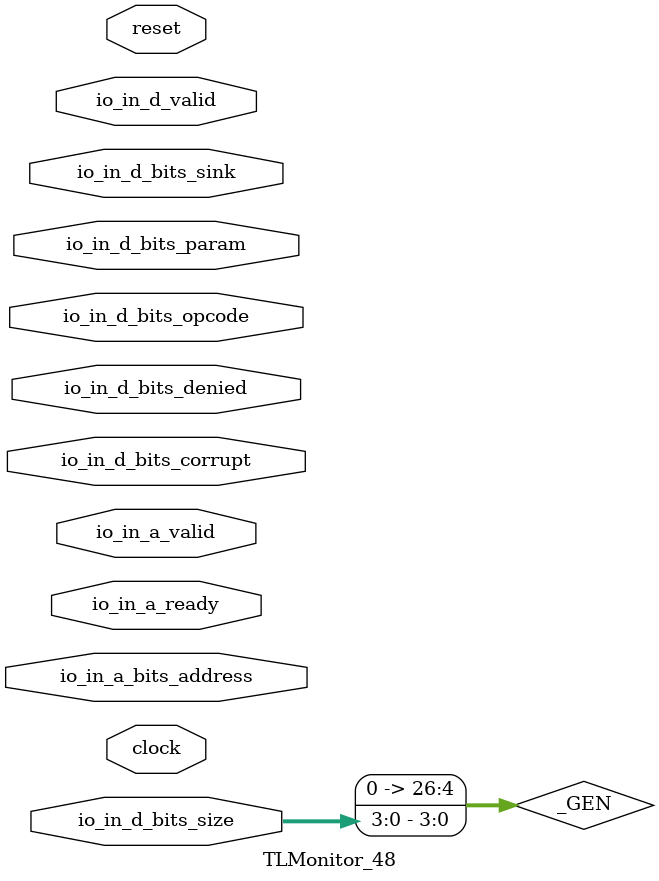
<source format=sv>
`ifndef RANDOMIZE
  `ifdef RANDOMIZE_REG_INIT
    `define RANDOMIZE
  `endif // RANDOMIZE_REG_INIT
`endif // not def RANDOMIZE
`ifndef RANDOMIZE
  `ifdef RANDOMIZE_MEM_INIT
    `define RANDOMIZE
  `endif // RANDOMIZE_MEM_INIT
`endif // not def RANDOMIZE

`ifndef RANDOM
  `define RANDOM $random
`endif // not def RANDOM

// Users can define 'PRINTF_COND' to add an extra gate to prints.
`ifndef PRINTF_COND_
  `ifdef PRINTF_COND
    `define PRINTF_COND_ (`PRINTF_COND)
  `else  // PRINTF_COND
    `define PRINTF_COND_ 1
  `endif // PRINTF_COND
`endif // not def PRINTF_COND_

// Users can define 'ASSERT_VERBOSE_COND' to add an extra gate to assert error printing.
`ifndef ASSERT_VERBOSE_COND_
  `ifdef ASSERT_VERBOSE_COND
    `define ASSERT_VERBOSE_COND_ (`ASSERT_VERBOSE_COND)
  `else  // ASSERT_VERBOSE_COND
    `define ASSERT_VERBOSE_COND_ 1
  `endif // ASSERT_VERBOSE_COND
`endif // not def ASSERT_VERBOSE_COND_

// Users can define 'STOP_COND' to add an extra gate to stop conditions.
`ifndef STOP_COND_
  `ifdef STOP_COND
    `define STOP_COND_ (`STOP_COND)
  `else  // STOP_COND
    `define STOP_COND_ 1
  `endif // STOP_COND
`endif // not def STOP_COND_

// Users can define INIT_RANDOM as general code that gets injected into the
// initializer block for modules with registers.
`ifndef INIT_RANDOM
  `define INIT_RANDOM
`endif // not def INIT_RANDOM

// If using random initialization, you can also define RANDOMIZE_DELAY to
// customize the delay used, otherwise 0.002 is used.
`ifndef RANDOMIZE_DELAY
  `define RANDOMIZE_DELAY 0.002
`endif // not def RANDOMIZE_DELAY

// Define INIT_RANDOM_PROLOG_ for use in our modules below.
`ifndef INIT_RANDOM_PROLOG_
  `ifdef RANDOMIZE
    `ifdef VERILATOR
      `define INIT_RANDOM_PROLOG_ `INIT_RANDOM
    `else  // VERILATOR
      `define INIT_RANDOM_PROLOG_ `INIT_RANDOM #`RANDOMIZE_DELAY begin end
    `endif // VERILATOR
  `else  // RANDOMIZE
    `define INIT_RANDOM_PROLOG_
  `endif // RANDOMIZE
`endif // not def INIT_RANDOM_PROLOG_

module TLMonitor_48(
  input        clock,
               reset,
               io_in_a_ready,
               io_in_a_valid,
  input [31:0] io_in_a_bits_address,
  input        io_in_d_valid,
  input [2:0]  io_in_d_bits_opcode,
  input [1:0]  io_in_d_bits_param,
  input [3:0]  io_in_d_bits_size,
               io_in_d_bits_sink,
  input        io_in_d_bits_denied,
               io_in_d_bits_corrupt
);

  wire [31:0] _plusarg_reader_1_out;	// @[PlusArg.scala:80:11]
  wire [31:0] _plusarg_reader_out;	// @[PlusArg.scala:80:11]
  wire        a_set = io_in_a_ready & io_in_a_valid;	// @[Decoupled.scala:51:35]
  reg  [7:0]  d_first_counter;	// @[Edges.scala:228:27]
  reg  [2:0]  opcode_1;	// @[Monitor.scala:535:22]
  reg  [1:0]  param_1;	// @[Monitor.scala:536:22]
  reg  [3:0]  size_1;	// @[Monitor.scala:537:22]
  reg         source_1;	// @[Monitor.scala:538:22]
  reg  [3:0]  sink;	// @[Monitor.scala:539:22]
  reg         denied;	// @[Monitor.scala:540:22]
  reg         inflight;	// @[Monitor.scala:611:27]
  reg  [3:0]  inflight_opcodes;	// @[Monitor.scala:613:35]
  reg  [7:0]  inflight_sizes;	// @[Monitor.scala:615:33]
  reg  [7:0]  d_first_counter_1;	// @[Edges.scala:228:27]
  wire        d_first_1 = d_first_counter_1 == 8'h0;	// @[Edges.scala:228:27, :230:25, Monitor.scala:745:35]
  wire        d_release_ack = io_in_d_bits_opcode == 3'h6;	// @[Monitor.scala:81:25, :670:46]
  reg  [31:0] watchdog;	// @[Monitor.scala:706:27]
  reg  [7:0]  d_first_counter_2;	// @[Edges.scala:228:27]
  wire        d_first_2 = d_first_counter_2 == 8'h0;	// @[Edges.scala:228:27, :230:25, Monitor.scala:745:35]
  wire [26:0] _GEN = {23'h0, io_in_d_bits_size};	// @[package.scala:235:71]
  wire [26:0] _d_first_beats1_decode_T_1 = 27'hFFF << _GEN;	// @[package.scala:235:71]
  wire [26:0] _d_first_beats1_decode_T_5 = 27'hFFF << _GEN;	// @[package.scala:235:71]
  wire [26:0] _d_first_beats1_decode_T_9 = 27'hFFF << _GEN;	// @[package.scala:235:71]
  wire        d_clr = io_in_d_valid & d_first_1 & ~d_release_ack;	// @[Edges.scala:230:25, Monitor.scala:670:46, :671:74, :675:72]
  wire        _T_1203 = io_in_d_valid & ~(|d_first_counter);	// @[Edges.scala:228:27, :230:25, Monitor.scala:549:20]
  always @(posedge clock) begin
    if (reset) begin
      d_first_counter <= 8'h0;	// @[Edges.scala:228:27, Monitor.scala:745:35]
      inflight <= 1'h0;	// @[Monitor.scala:611:27]
      inflight_opcodes <= 4'h0;	// @[Monitor.scala:613:35, :657:77, Parameters.scala:92:42]
      inflight_sizes <= 8'h0;	// @[Monitor.scala:615:33, :745:35]
      d_first_counter_1 <= 8'h0;	// @[Edges.scala:228:27, Monitor.scala:745:35]
      watchdog <= 32'h0;	// @[Bundles.scala:259:74, Monitor.scala:706:27]
      d_first_counter_2 <= 8'h0;	// @[Edges.scala:228:27, Monitor.scala:745:35]
    end
    else begin
      if (io_in_d_valid) begin
        if (|d_first_counter)	// @[Edges.scala:228:27, :230:25]
          d_first_counter <= d_first_counter - 8'h1;	// @[Edges.scala:228:27, :229:28]
        else if (io_in_d_bits_opcode[0])	// @[Edges.scala:105:36]
          d_first_counter <= ~(_d_first_beats1_decode_T_1[11:4]);	// @[Edges.scala:228:27, package.scala:235:{46,71,76}]
        else	// @[Edges.scala:105:36]
          d_first_counter <= 8'h0;	// @[Edges.scala:228:27, Monitor.scala:745:35]
        if (d_first_1) begin	// @[Edges.scala:230:25]
          if (io_in_d_bits_opcode[0])	// @[Edges.scala:105:36]
            d_first_counter_1 <= ~(_d_first_beats1_decode_T_5[11:4]);	// @[Edges.scala:228:27, package.scala:235:{46,71,76}]
          else	// @[Edges.scala:105:36]
            d_first_counter_1 <= 8'h0;	// @[Edges.scala:228:27, Monitor.scala:745:35]
        end
        else	// @[Edges.scala:230:25]
          d_first_counter_1 <= d_first_counter_1 - 8'h1;	// @[Edges.scala:228:27, :229:28]
        if (d_first_2) begin	// @[Edges.scala:230:25]
          if (io_in_d_bits_opcode[0])	// @[Edges.scala:105:36]
            d_first_counter_2 <= ~(_d_first_beats1_decode_T_9[11:4]);	// @[Edges.scala:228:27, package.scala:235:{46,71,76}]
          else	// @[Edges.scala:105:36]
            d_first_counter_2 <= 8'h0;	// @[Edges.scala:228:27, Monitor.scala:745:35]
        end
        else	// @[Edges.scala:230:25]
          d_first_counter_2 <= d_first_counter_2 - 8'h1;	// @[Edges.scala:228:27, :229:28]
      end
      inflight <= (inflight | a_set) & ~d_clr;	// @[Decoupled.scala:51:35, Monitor.scala:611:27, :675:72, :702:{27,36,38}]
      inflight_opcodes <= (inflight_opcodes | (a_set ? 4'h9 : 4'h0)) & ~{4{d_clr}};	// @[Decoupled.scala:51:35, Monitor.scala:613:35, :627:33, :652:72, :654:61, :656:28, :657:77, :665:33, :675:{72,91}, :677:21, :703:{43,60,62}, Parameters.scala:92:42]
      inflight_sizes <= (inflight_sizes | (a_set ? {3'h0, a_set ? 5'hD : 5'h0} : 8'h0)) & ~{8{d_clr}};	// @[Decoupled.scala:51:35, Monitor.scala:615:33, :629:31, :645:38, :652:72, :655:{28,59}, :657:28, :667:31, :675:{72,91}, :678:21, :704:{39,54,56}, :745:35]
      if (a_set | io_in_d_valid)	// @[Decoupled.scala:51:35, Monitor.scala:712:27]
        watchdog <= 32'h0;	// @[Bundles.scala:259:74, Monitor.scala:706:27]
      else	// @[Monitor.scala:712:27]
        watchdog <= watchdog + 32'h1;	// @[Monitor.scala:706:27, :711:26]
    end
    if (_T_1203) begin	// @[Monitor.scala:549:20]
      opcode_1 <= io_in_d_bits_opcode;	// @[Monitor.scala:535:22]
      param_1 <= io_in_d_bits_param;	// @[Monitor.scala:536:22]
      size_1 <= io_in_d_bits_size;	// @[Monitor.scala:537:22]
      sink <= io_in_d_bits_sink;	// @[Monitor.scala:539:22]
      denied <= io_in_d_bits_denied;	// @[Monitor.scala:540:22]
    end
    source_1 <= ~_T_1203 & source_1;	// @[Monitor.scala:538:22, :549:{20,32}, :553:15]
  end // always @(posedge)
  `ifndef SYNTHESIS
    wire  [7:0][2:0] _GEN_0 = '{3'h4, 3'h5, 3'h2, 3'h1, 3'h1, 3'h1, 3'h0, 3'h0};	// @[Monitor.scala:690:38]
    wire  [7:0][2:0] _GEN_1 = '{3'h4, 3'h4, 3'h2, 3'h1, 3'h1, 3'h1, 3'h0, 3'h0};	// @[Monitor.scala:689:38]
    wire             _GEN_2 = io_in_d_valid & io_in_d_bits_opcode == 3'h6;	// @[Monitor.scala:81:25, :310:{25,52}]
    wire             _GEN_3 = io_in_d_bits_size[3:2] == 2'h0;	// @[Monitor.scala:312:27, :313:28]
    wire             _GEN_4 = io_in_d_valid & io_in_d_bits_opcode == 3'h4;	// @[Monitor.scala:318:{25,47}]
    wire             _GEN_5 = io_in_d_bits_param == 2'h2;	// @[Bundles.scala:111:27, Monitor.scala:323:28]
    wire             _GEN_6 = io_in_d_valid & io_in_d_bits_opcode == 3'h5;	// @[Monitor.scala:146:25, :328:{25,51}]
    wire             _GEN_7 = io_in_d_valid & io_in_d_bits_opcode == 3'h0;	// @[Monitor.scala:338:{25,51}]
    wire             _GEN_8 = io_in_d_valid & io_in_d_bits_opcode == 3'h1;	// @[Monitor.scala:346:{25,55}, :686:39]
    wire             _GEN_9 = io_in_d_valid & io_in_d_bits_opcode == 3'h2;	// @[Monitor.scala:354:{25,49}, :640:42]
    wire             _T_1177 = io_in_d_valid & (|d_first_counter);	// @[Edges.scala:228:27, :230:25, Monitor.scala:541:19]
    wire             _T_1256 = io_in_d_valid & d_first_1;	// @[Edges.scala:230:25, Monitor.scala:671:26]
    wire             _T_1227 = _T_1256 & ~d_release_ack;	// @[Monitor.scala:670:46, :671:{26,74}, :680:71]
    wire             _GEN_10 = _T_1227 & io_in_a_valid;	// @[Monitor.scala:680:71, :684:30]
    wire             _GEN_11 = _T_1227 & ~io_in_a_valid;	// @[Monitor.scala:680:71, :684:30]
    wire             _T_1313 = io_in_d_valid & d_first_2 & d_release_ack;	// @[Edges.scala:230:25, Monitor.scala:670:46, :791:71]
    always @(posedge clock) begin	// @[Monitor.scala:42:11]
      if (io_in_a_valid & ~reset & ~(io_in_a_bits_address[31:12] == 20'h3 | {io_in_a_bits_address[31:15], io_in_a_bits_address[13:12]} == 19'h0 | io_in_a_bits_address[31:16] == 16'h1 | io_in_a_bits_address[31:16] == 16'h2 | {io_in_a_bits_address[31:17] ^ 15'h8, io_in_a_bits_address[15:12]} == 19'h0 | io_in_a_bits_address[31:16] == 16'h200 | io_in_a_bits_address[31:12] == 20'h2010 | io_in_a_bits_address[31:26] == 6'h3 | io_in_a_bits_address[31:12] == 20'h10000 | io_in_a_bits_address[31:12] == 20'h54000 | io_in_a_bits_address[31:28] == 4'h8)) begin	// @[Monitor.scala:42:11, Parameters.scala:137:{31,45,65}, :672:30]
        if (`ASSERT_VERBOSE_COND_)	// @[Monitor.scala:42:11]
          $error("Assertion failed: 'A' channel carries Get type which slave claims it can't support (connected at Frontend.scala:386:21)\n    at Monitor.scala:42 assert(cond, message)\n");	// @[Monitor.scala:42:11]
        if (`STOP_COND_)	// @[Monitor.scala:42:11]
          $fatal;	// @[Monitor.scala:42:11]
      end
      if (io_in_a_valid & ~reset & (|(io_in_a_bits_address[5:0]))) begin	// @[Edges.scala:20:{16,24}, Monitor.scala:42:11]
        if (`ASSERT_VERBOSE_COND_)	// @[Monitor.scala:42:11]
          $error("Assertion failed: 'A' channel Get address not aligned to size (connected at Frontend.scala:386:21)\n    at Monitor.scala:42 assert(cond, message)\n");	// @[Monitor.scala:42:11]
        if (`STOP_COND_)	// @[Monitor.scala:42:11]
          $fatal;	// @[Monitor.scala:42:11]
      end
      if (io_in_d_valid & ~reset & (&io_in_d_bits_opcode)) begin	// @[Bundles.scala:45:24, Monitor.scala:49:11]
        if (`ASSERT_VERBOSE_COND_)	// @[Monitor.scala:49:11]
          $error("Assertion failed: 'D' channel has invalid opcode (connected at Frontend.scala:386:21)\n    at Monitor.scala:49 assert(cond, message)\n");	// @[Monitor.scala:49:11]
        if (`STOP_COND_)	// @[Monitor.scala:49:11]
          $fatal;	// @[Monitor.scala:49:11]
      end
      if (_GEN_2 & ~reset & _GEN_3) begin	// @[Monitor.scala:49:11, :310:52, :312:27]
        if (`ASSERT_VERBOSE_COND_)	// @[Monitor.scala:49:11]
          $error("Assertion failed: 'D' channel ReleaseAck smaller than a beat (connected at Frontend.scala:386:21)\n    at Monitor.scala:49 assert(cond, message)\n");	// @[Monitor.scala:49:11]
        if (`STOP_COND_)	// @[Monitor.scala:49:11]
          $fatal;	// @[Monitor.scala:49:11]
      end
      if (_GEN_2 & ~reset & (|io_in_d_bits_param)) begin	// @[Monitor.scala:49:11, :310:52, :313:28]
        if (`ASSERT_VERBOSE_COND_)	// @[Monitor.scala:49:11]
          $error("Assertion failed: 'D' channel ReleaseeAck carries invalid param (connected at Frontend.scala:386:21)\n    at Monitor.scala:49 assert(cond, message)\n");	// @[Monitor.scala:49:11]
        if (`STOP_COND_)	// @[Monitor.scala:49:11]
          $fatal;	// @[Monitor.scala:49:11]
      end
      if (_GEN_2 & ~reset & io_in_d_bits_corrupt) begin	// @[Monitor.scala:49:11, :310:52]
        if (`ASSERT_VERBOSE_COND_)	// @[Monitor.scala:49:11]
          $error("Assertion failed: 'D' channel ReleaseAck is corrupt (connected at Frontend.scala:386:21)\n    at Monitor.scala:49 assert(cond, message)\n");	// @[Monitor.scala:49:11]
        if (`STOP_COND_)	// @[Monitor.scala:49:11]
          $fatal;	// @[Monitor.scala:49:11]
      end
      if (_GEN_2 & ~reset & io_in_d_bits_denied) begin	// @[Monitor.scala:49:11, :310:52]
        if (`ASSERT_VERBOSE_COND_)	// @[Monitor.scala:49:11]
          $error("Assertion failed: 'D' channel ReleaseAck is denied (connected at Frontend.scala:386:21)\n    at Monitor.scala:49 assert(cond, message)\n");	// @[Monitor.scala:49:11]
        if (`STOP_COND_)	// @[Monitor.scala:49:11]
          $fatal;	// @[Monitor.scala:49:11]
      end
      if (_GEN_4 & ~reset & _GEN_3) begin	// @[Monitor.scala:49:11, :312:27, :318:47]
        if (`ASSERT_VERBOSE_COND_)	// @[Monitor.scala:49:11]
          $error("Assertion failed: 'D' channel Grant smaller than a beat (connected at Frontend.scala:386:21)\n    at Monitor.scala:49 assert(cond, message)\n");	// @[Monitor.scala:49:11]
        if (`STOP_COND_)	// @[Monitor.scala:49:11]
          $fatal;	// @[Monitor.scala:49:11]
      end
      if (_GEN_4 & ~reset & (&io_in_d_bits_param)) begin	// @[Bundles.scala:105:26, Monitor.scala:49:11, :318:47]
        if (`ASSERT_VERBOSE_COND_)	// @[Monitor.scala:49:11]
          $error("Assertion failed: 'D' channel Grant carries invalid cap param (connected at Frontend.scala:386:21)\n    at Monitor.scala:49 assert(cond, message)\n");	// @[Monitor.scala:49:11]
        if (`STOP_COND_)	// @[Monitor.scala:49:11]
          $fatal;	// @[Monitor.scala:49:11]
      end
      if (_GEN_4 & ~reset & _GEN_5) begin	// @[Monitor.scala:49:11, :318:47, :323:28]
        if (`ASSERT_VERBOSE_COND_)	// @[Monitor.scala:49:11]
          $error("Assertion failed: 'D' channel Grant carries toN param (connected at Frontend.scala:386:21)\n    at Monitor.scala:49 assert(cond, message)\n");	// @[Monitor.scala:49:11]
        if (`STOP_COND_)	// @[Monitor.scala:49:11]
          $fatal;	// @[Monitor.scala:49:11]
      end
      if (_GEN_4 & ~reset & io_in_d_bits_corrupt) begin	// @[Monitor.scala:49:11, :318:47]
        if (`ASSERT_VERBOSE_COND_)	// @[Monitor.scala:49:11]
          $error("Assertion failed: 'D' channel Grant is corrupt (connected at Frontend.scala:386:21)\n    at Monitor.scala:49 assert(cond, message)\n");	// @[Monitor.scala:49:11]
        if (`STOP_COND_)	// @[Monitor.scala:49:11]
          $fatal;	// @[Monitor.scala:49:11]
      end
      if (_GEN_6 & ~reset & _GEN_3) begin	// @[Monitor.scala:49:11, :312:27, :328:51]
        if (`ASSERT_VERBOSE_COND_)	// @[Monitor.scala:49:11]
          $error("Assertion failed: 'D' channel GrantData smaller than a beat (connected at Frontend.scala:386:21)\n    at Monitor.scala:49 assert(cond, message)\n");	// @[Monitor.scala:49:11]
        if (`STOP_COND_)	// @[Monitor.scala:49:11]
          $fatal;	// @[Monitor.scala:49:11]
      end
      if (_GEN_6 & ~reset & (&io_in_d_bits_param)) begin	// @[Bundles.scala:105:26, Monitor.scala:49:11, :328:51]
        if (`ASSERT_VERBOSE_COND_)	// @[Monitor.scala:49:11]
          $error("Assertion failed: 'D' channel GrantData carries invalid cap param (connected at Frontend.scala:386:21)\n    at Monitor.scala:49 assert(cond, message)\n");	// @[Monitor.scala:49:11]
        if (`STOP_COND_)	// @[Monitor.scala:49:11]
          $fatal;	// @[Monitor.scala:49:11]
      end
      if (_GEN_6 & ~reset & _GEN_5) begin	// @[Monitor.scala:49:11, :323:28, :328:51]
        if (`ASSERT_VERBOSE_COND_)	// @[Monitor.scala:49:11]
          $error("Assertion failed: 'D' channel GrantData carries toN param (connected at Frontend.scala:386:21)\n    at Monitor.scala:49 assert(cond, message)\n");	// @[Monitor.scala:49:11]
        if (`STOP_COND_)	// @[Monitor.scala:49:11]
          $fatal;	// @[Monitor.scala:49:11]
      end
      if (_GEN_6 & ~reset & ~(~io_in_d_bits_denied | io_in_d_bits_corrupt)) begin	// @[Monitor.scala:49:11, :328:51, :334:{15,30}]
        if (`ASSERT_VERBOSE_COND_)	// @[Monitor.scala:49:11]
          $error("Assertion failed: 'D' channel GrantData is denied but not corrupt (connected at Frontend.scala:386:21)\n    at Monitor.scala:49 assert(cond, message)\n");	// @[Monitor.scala:49:11]
        if (`STOP_COND_)	// @[Monitor.scala:49:11]
          $fatal;	// @[Monitor.scala:49:11]
      end
      if (_GEN_7 & ~reset & (|io_in_d_bits_param)) begin	// @[Monitor.scala:49:11, :338:51, :341:28]
        if (`ASSERT_VERBOSE_COND_)	// @[Monitor.scala:49:11]
          $error("Assertion failed: 'D' channel AccessAck carries invalid param (connected at Frontend.scala:386:21)\n    at Monitor.scala:49 assert(cond, message)\n");	// @[Monitor.scala:49:11]
        if (`STOP_COND_)	// @[Monitor.scala:49:11]
          $fatal;	// @[Monitor.scala:49:11]
      end
      if (_GEN_7 & ~reset & io_in_d_bits_corrupt) begin	// @[Monitor.scala:49:11, :338:51]
        if (`ASSERT_VERBOSE_COND_)	// @[Monitor.scala:49:11]
          $error("Assertion failed: 'D' channel AccessAck is corrupt (connected at Frontend.scala:386:21)\n    at Monitor.scala:49 assert(cond, message)\n");	// @[Monitor.scala:49:11]
        if (`STOP_COND_)	// @[Monitor.scala:49:11]
          $fatal;	// @[Monitor.scala:49:11]
      end
      if (_GEN_8 & ~reset & (|io_in_d_bits_param)) begin	// @[Monitor.scala:49:11, :346:55, :349:28]
        if (`ASSERT_VERBOSE_COND_)	// @[Monitor.scala:49:11]
          $error("Assertion failed: 'D' channel AccessAckData carries invalid param (connected at Frontend.scala:386:21)\n    at Monitor.scala:49 assert(cond, message)\n");	// @[Monitor.scala:49:11]
        if (`STOP_COND_)	// @[Monitor.scala:49:11]
          $fatal;	// @[Monitor.scala:49:11]
      end
      if (_GEN_8 & ~reset & ~(~io_in_d_bits_denied | io_in_d_bits_corrupt)) begin	// @[Monitor.scala:49:11, :346:55, :350:{15,30}]
        if (`ASSERT_VERBOSE_COND_)	// @[Monitor.scala:49:11]
          $error("Assertion failed: 'D' channel AccessAckData is denied but not corrupt (connected at Frontend.scala:386:21)\n    at Monitor.scala:49 assert(cond, message)\n");	// @[Monitor.scala:49:11]
        if (`STOP_COND_)	// @[Monitor.scala:49:11]
          $fatal;	// @[Monitor.scala:49:11]
      end
      if (_GEN_9 & ~reset & (|io_in_d_bits_param)) begin	// @[Monitor.scala:49:11, :354:49, :357:28]
        if (`ASSERT_VERBOSE_COND_)	// @[Monitor.scala:49:11]
          $error("Assertion failed: 'D' channel HintAck carries invalid param (connected at Frontend.scala:386:21)\n    at Monitor.scala:49 assert(cond, message)\n");	// @[Monitor.scala:49:11]
        if (`STOP_COND_)	// @[Monitor.scala:49:11]
          $fatal;	// @[Monitor.scala:49:11]
      end
      if (_GEN_9 & ~reset & io_in_d_bits_corrupt) begin	// @[Monitor.scala:49:11, :354:49]
        if (`ASSERT_VERBOSE_COND_)	// @[Monitor.scala:49:11]
          $error("Assertion failed: 'D' channel HintAck is corrupt (connected at Frontend.scala:386:21)\n    at Monitor.scala:49 assert(cond, message)\n");	// @[Monitor.scala:49:11]
        if (`STOP_COND_)	// @[Monitor.scala:49:11]
          $fatal;	// @[Monitor.scala:49:11]
      end
      if (_T_1177 & ~reset & io_in_d_bits_opcode != opcode_1) begin	// @[Monitor.scala:49:11, :535:22, :541:19, :542:29]
        if (`ASSERT_VERBOSE_COND_)	// @[Monitor.scala:49:11]
          $error("Assertion failed: 'D' channel opcode changed within multibeat operation (connected at Frontend.scala:386:21)\n    at Monitor.scala:49 assert(cond, message)\n");	// @[Monitor.scala:49:11]
        if (`STOP_COND_)	// @[Monitor.scala:49:11]
          $fatal;	// @[Monitor.scala:49:11]
      end
      if (_T_1177 & ~reset & io_in_d_bits_param != param_1) begin	// @[Monitor.scala:49:11, :536:22, :541:19, :543:29]
        if (`ASSERT_VERBOSE_COND_)	// @[Monitor.scala:49:11]
          $error("Assertion failed: 'D' channel param changed within multibeat operation (connected at Frontend.scala:386:21)\n    at Monitor.scala:49 assert(cond, message)\n");	// @[Monitor.scala:49:11]
        if (`STOP_COND_)	// @[Monitor.scala:49:11]
          $fatal;	// @[Monitor.scala:49:11]
      end
      if (_T_1177 & ~reset & io_in_d_bits_size != size_1) begin	// @[Monitor.scala:49:11, :537:22, :541:19, :544:29]
        if (`ASSERT_VERBOSE_COND_)	// @[Monitor.scala:49:11]
          $error("Assertion failed: 'D' channel size changed within multibeat operation (connected at Frontend.scala:386:21)\n    at Monitor.scala:49 assert(cond, message)\n");	// @[Monitor.scala:49:11]
        if (`STOP_COND_)	// @[Monitor.scala:49:11]
          $fatal;	// @[Monitor.scala:49:11]
      end
      if (_T_1177 & ~reset & source_1) begin	// @[Monitor.scala:49:11, :538:22, :541:19]
        if (`ASSERT_VERBOSE_COND_)	// @[Monitor.scala:49:11]
          $error("Assertion failed: 'D' channel source changed within multibeat operation (connected at Frontend.scala:386:21)\n    at Monitor.scala:49 assert(cond, message)\n");	// @[Monitor.scala:49:11]
        if (`STOP_COND_)	// @[Monitor.scala:49:11]
          $fatal;	// @[Monitor.scala:49:11]
      end
      if (_T_1177 & ~reset & io_in_d_bits_sink != sink) begin	// @[Monitor.scala:49:11, :539:22, :541:19, :546:29]
        if (`ASSERT_VERBOSE_COND_)	// @[Monitor.scala:49:11]
          $error("Assertion failed: 'D' channel sink changed with multibeat operation (connected at Frontend.scala:386:21)\n    at Monitor.scala:49 assert(cond, message)\n");	// @[Monitor.scala:49:11]
        if (`STOP_COND_)	// @[Monitor.scala:49:11]
          $fatal;	// @[Monitor.scala:49:11]
      end
      if (_T_1177 & ~reset & io_in_d_bits_denied != denied) begin	// @[Monitor.scala:49:11, :540:22, :541:19, :547:29]
        if (`ASSERT_VERBOSE_COND_)	// @[Monitor.scala:49:11]
          $error("Assertion failed: 'D' channel denied changed with multibeat operation (connected at Frontend.scala:386:21)\n    at Monitor.scala:49 assert(cond, message)\n");	// @[Monitor.scala:49:11]
        if (`STOP_COND_)	// @[Monitor.scala:49:11]
          $fatal;	// @[Monitor.scala:49:11]
      end
      if (a_set & ~reset & inflight) begin	// @[Decoupled.scala:51:35, Monitor.scala:42:11, :611:27]
        if (`ASSERT_VERBOSE_COND_)	// @[Monitor.scala:42:11]
          $error("Assertion failed: 'A' channel re-used a source ID (connected at Frontend.scala:386:21)\n    at Monitor.scala:42 assert(cond, message)\n");	// @[Monitor.scala:42:11]
        if (`STOP_COND_)	// @[Monitor.scala:42:11]
          $fatal;	// @[Monitor.scala:42:11]
      end
      if (_T_1227 & ~reset & ~(inflight | io_in_a_valid)) begin	// @[Monitor.scala:49:11, :611:27, :680:71, :682:49]
        if (`ASSERT_VERBOSE_COND_)	// @[Monitor.scala:49:11]
          $error("Assertion failed: 'D' channel acknowledged for nothing inflight (connected at Frontend.scala:386:21)\n    at Monitor.scala:49 assert(cond, message)\n");	// @[Monitor.scala:49:11]
        if (`STOP_COND_)	// @[Monitor.scala:49:11]
          $fatal;	// @[Monitor.scala:49:11]
      end
      if (_GEN_10 & ~reset & ~(io_in_d_bits_opcode == 3'h1 | io_in_d_bits_opcode == 3'h1)) begin	// @[Monitor.scala:49:11, :684:30, :685:{38,77}, :686:39]
        if (`ASSERT_VERBOSE_COND_)	// @[Monitor.scala:49:11]
          $error("Assertion failed: 'D' channel contains improper opcode response (connected at Frontend.scala:386:21)\n    at Monitor.scala:49 assert(cond, message)\n");	// @[Monitor.scala:49:11]
        if (`STOP_COND_)	// @[Monitor.scala:49:11]
          $fatal;	// @[Monitor.scala:49:11]
      end
      if (_GEN_10 & ~reset & io_in_d_bits_size != 4'h6) begin	// @[Monitor.scala:49:11, :684:30, :687:36]
        if (`ASSERT_VERBOSE_COND_)	// @[Monitor.scala:49:11]
          $error("Assertion failed: 'D' channel contains improper response size (connected at Frontend.scala:386:21)\n    at Monitor.scala:49 assert(cond, message)\n");	// @[Monitor.scala:49:11]
        if (`STOP_COND_)	// @[Monitor.scala:49:11]
          $fatal;	// @[Monitor.scala:49:11]
      end
      if (_GEN_11 & ~reset & ~(io_in_d_bits_opcode == _GEN_1[inflight_opcodes[3:1]] | io_in_d_bits_opcode == _GEN_0[inflight_opcodes[3:1]])) begin	// @[Monitor.scala:42:11, :49:11, :613:35, :634:152, :684:30, :689:{38,72}, :690:38]
        if (`ASSERT_VERBOSE_COND_)	// @[Monitor.scala:49:11]
          $error("Assertion failed: 'D' channel contains improper opcode response (connected at Frontend.scala:386:21)\n    at Monitor.scala:49 assert(cond, message)\n");	// @[Monitor.scala:49:11]
        if (`STOP_COND_)	// @[Monitor.scala:49:11]
          $fatal;	// @[Monitor.scala:49:11]
      end
      if (_GEN_11 & ~reset & {4'h0, io_in_d_bits_size} != {1'h0, inflight_sizes[7:1]}) begin	// @[Monitor.scala:42:11, :49:11, :615:33, :638:{19,144}, :657:77, :684:30, :691:36, Parameters.scala:92:42]
        if (`ASSERT_VERBOSE_COND_)	// @[Monitor.scala:49:11]
          $error("Assertion failed: 'D' channel contains improper response size (connected at Frontend.scala:386:21)\n    at Monitor.scala:49 assert(cond, message)\n");	// @[Monitor.scala:49:11]
        if (`STOP_COND_)	// @[Monitor.scala:49:11]
          $fatal;	// @[Monitor.scala:49:11]
      end
      if (_T_1256 & io_in_a_valid & ~d_release_ack & ~reset & ~io_in_a_ready) begin	// @[Monitor.scala:49:11, :670:46, :671:{26,74}]
        if (`ASSERT_VERBOSE_COND_)	// @[Monitor.scala:49:11]
          $error("Assertion failed: ready check\n    at Monitor.scala:49 assert(cond, message)\n");	// @[Monitor.scala:49:11]
        if (`STOP_COND_)	// @[Monitor.scala:49:11]
          $fatal;	// @[Monitor.scala:49:11]
      end
      if (~reset & ~(io_in_a_valid != (_T_1256 & ~d_release_ack) | ~io_in_a_valid)) begin	// @[Monitor.scala:49:11, :670:46, :671:{26,71,74}, :699:{29,48,51}]
        if (`ASSERT_VERBOSE_COND_)	// @[Monitor.scala:49:11]
          $error("Assertion failed: 'A' and 'D' concurrent, despite minlatency 4 (connected at Frontend.scala:386:21)\n    at Monitor.scala:49 assert(cond, message)\n");	// @[Monitor.scala:49:11]
        if (`STOP_COND_)	// @[Monitor.scala:49:11]
          $fatal;	// @[Monitor.scala:49:11]
      end
      if (~reset & ~(~inflight | _plusarg_reader_out == 32'h0 | watchdog < _plusarg_reader_out)) begin	// @[Bundles.scala:259:74, Monitor.scala:42:11, :611:27, :706:27, :709:{16,39,47,59}, PlusArg.scala:80:11]
        if (`ASSERT_VERBOSE_COND_)	// @[Monitor.scala:42:11]
          $error("Assertion failed: TileLink timeout expired (connected at Frontend.scala:386:21)\n    at Monitor.scala:42 assert(cond, message)\n");	// @[Monitor.scala:42:11]
        if (`STOP_COND_)	// @[Monitor.scala:42:11]
          $fatal;	// @[Monitor.scala:42:11]
      end
      if (_T_1313 & ~reset) begin	// @[Monitor.scala:49:11, :791:71]
        if (`ASSERT_VERBOSE_COND_)	// @[Monitor.scala:49:11]
          $error("Assertion failed: 'D' channel acknowledged for nothing inflight (connected at Frontend.scala:386:21)\n    at Monitor.scala:49 assert(cond, message)\n");	// @[Monitor.scala:49:11]
        if (`STOP_COND_)	// @[Monitor.scala:49:11]
          $fatal;	// @[Monitor.scala:49:11]
      end
      if (_T_1313 & ~reset & (|io_in_d_bits_size)) begin	// @[Monitor.scala:49:11, :791:71, :797:36]
        if (`ASSERT_VERBOSE_COND_)	// @[Monitor.scala:49:11]
          $error("Assertion failed: 'D' channel contains improper response size (connected at Frontend.scala:386:21)\n    at Monitor.scala:49 assert(cond, message)\n");	// @[Monitor.scala:49:11]
        if (`STOP_COND_)	// @[Monitor.scala:49:11]
          $fatal;	// @[Monitor.scala:49:11]
      end
    end // always @(posedge)
    `ifdef FIRRTL_BEFORE_INITIAL
      `FIRRTL_BEFORE_INITIAL
    `endif // FIRRTL_BEFORE_INITIAL
    logic [31:0]     _RANDOM_0;
    logic [31:0]     _RANDOM_1;
    logic [31:0]     _RANDOM_2;
    logic [31:0]     _RANDOM_3;
    logic [31:0]     _RANDOM_4;
    logic [31:0]     _RANDOM_5;
    initial begin
      `ifdef INIT_RANDOM_PROLOG_
        `INIT_RANDOM_PROLOG_
      `endif // INIT_RANDOM_PROLOG_
      `ifdef RANDOMIZE_REG_INIT
        _RANDOM_0 = `RANDOM;
        _RANDOM_1 = `RANDOM;
        _RANDOM_2 = `RANDOM;
        _RANDOM_3 = `RANDOM;
        _RANDOM_4 = `RANDOM;
        _RANDOM_5 = `RANDOM;
        d_first_counter = _RANDOM_1[26:19];	// @[Edges.scala:228:27]
        opcode_1 = _RANDOM_1[29:27];	// @[Edges.scala:228:27, Monitor.scala:535:22]
        param_1 = _RANDOM_1[31:30];	// @[Edges.scala:228:27, Monitor.scala:536:22]
        size_1 = _RANDOM_2[3:0];	// @[Monitor.scala:537:22]
        source_1 = _RANDOM_2[4];	// @[Monitor.scala:537:22, :538:22]
        sink = _RANDOM_2[8:5];	// @[Monitor.scala:537:22, :539:22]
        denied = _RANDOM_2[9];	// @[Monitor.scala:537:22, :540:22]
        inflight = _RANDOM_2[10];	// @[Monitor.scala:537:22, :611:27]
        inflight_opcodes = _RANDOM_2[14:11];	// @[Monitor.scala:537:22, :613:35]
        inflight_sizes = _RANDOM_2[22:15];	// @[Monitor.scala:537:22, :615:33]
        d_first_counter_1 = {_RANDOM_2[31], _RANDOM_3[6:0]};	// @[Edges.scala:228:27, Monitor.scala:537:22]
        watchdog = {_RANDOM_3[31:7], _RANDOM_4[6:0]};	// @[Edges.scala:228:27, Monitor.scala:706:27]
        d_first_counter_2 = {_RANDOM_4[31:28], _RANDOM_5[3:0]};	// @[Edges.scala:228:27, Monitor.scala:706:27]
      `endif // RANDOMIZE_REG_INIT
    end // initial
    `ifdef FIRRTL_AFTER_INITIAL
      `FIRRTL_AFTER_INITIAL
    `endif // FIRRTL_AFTER_INITIAL
  `endif // not def SYNTHESIS
  plusarg_reader #(
    .FORMAT("tilelink_timeout=%d"),
    .DEFAULT(0),
    .WIDTH(32)
  ) plusarg_reader (	// @[PlusArg.scala:80:11]
    .out (_plusarg_reader_out)
  );
  plusarg_reader #(
    .FORMAT("tilelink_timeout=%d"),
    .DEFAULT(0),
    .WIDTH(32)
  ) plusarg_reader_1 (	// @[PlusArg.scala:80:11]
    .out (_plusarg_reader_1_out)
  );
endmodule


</source>
